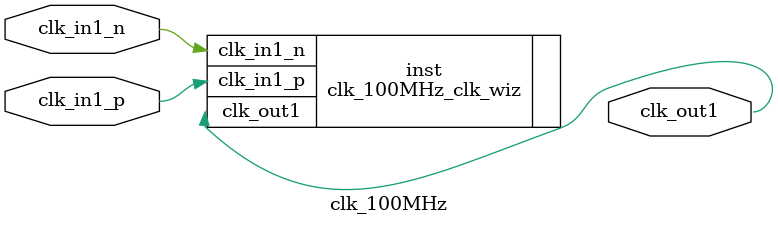
<source format=v>


`timescale 1ps/1ps

(* CORE_GENERATION_INFO = "clk_100MHz,clk_wiz_v6_0_3_0_0,{component_name=clk_100MHz,use_phase_alignment=true,use_min_o_jitter=false,use_max_i_jitter=false,use_dyn_phase_shift=false,use_inclk_switchover=false,use_dyn_reconfig=false,enable_axi=0,feedback_source=FDBK_AUTO,PRIMITIVE=PLL,num_out_clk=1,clkin1_period=3.333,clkin2_period=10.0,use_power_down=false,use_reset=false,use_locked=false,use_inclk_stopped=false,feedback_type=SINGLE,CLOCK_MGR_TYPE=NA,manual_override=false}" *)

module clk_100MHz 
 (
  // Clock out ports
  output        clk_out1,
 // Clock in ports
  input         clk_in1_p,
  input         clk_in1_n
 );

  clk_100MHz_clk_wiz inst
  (
  // Clock out ports  
  .clk_out1(clk_out1),
 // Clock in ports
  .clk_in1_p(clk_in1_p),
  .clk_in1_n(clk_in1_n)
  );

endmodule

</source>
